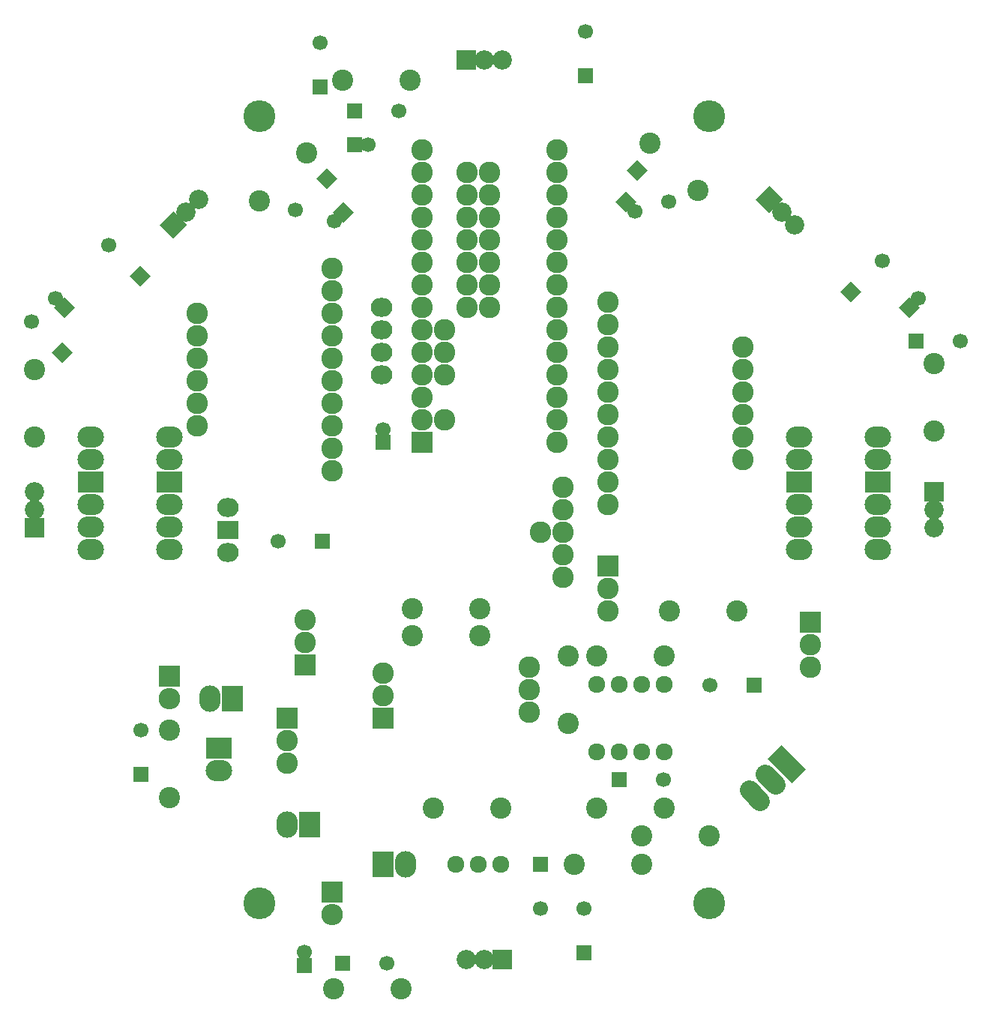
<source format=gbr>
G04 #@! TF.FileFunction,Soldermask,Top*
%FSLAX46Y46*%
G04 Gerber Fmt 4.6, Leading zero omitted, Abs format (unit mm)*
G04 Created by KiCad (PCBNEW 4.0.4-stable) date 12/10/16 14:43:47*
%MOMM*%
%LPD*%
G01*
G04 APERTURE LIST*
%ADD10C,0.100000*%
%ADD11O,2.432000X2.127200*%
%ADD12C,2.178000*%
%ADD13R,2.178000X2.178000*%
%ADD14R,1.700000X1.700000*%
%ADD15C,1.700000*%
%ADD16R,2.432000X2.432000*%
%ADD17O,2.432000X2.432000*%
%ADD18C,2.398980*%
%ADD19O,2.400000X3.000000*%
%ADD20R,2.400000X3.000000*%
%ADD21C,2.432000*%
%ADD22C,2.200860*%
%ADD23R,2.432000X2.127200*%
%ADD24O,3.000000X2.400000*%
%ADD25R,3.000000X2.400000*%
%ADD26C,1.924000*%
%ADD27C,3.600000*%
G04 APERTURE END LIST*
D10*
D11*
X140843000Y-78740000D03*
X140843000Y-81280000D03*
X140843000Y-83820000D03*
X140843000Y-86360000D03*
D10*
G36*
X117308159Y-70921920D02*
X115768080Y-69381841D01*
X117308159Y-67841762D01*
X118848238Y-69381841D01*
X117308159Y-70921920D01*
X117308159Y-70921920D01*
G37*
D12*
X118745000Y-67945000D03*
X120181841Y-66508159D03*
D13*
X203200000Y-99568000D03*
D12*
X203200000Y-101600000D03*
X203200000Y-103632000D03*
D14*
X201168000Y-82550000D03*
D15*
X206168000Y-82550000D03*
D10*
G36*
X168469918Y-63246000D02*
X169672000Y-62043918D01*
X170874082Y-63246000D01*
X169672000Y-64448082D01*
X168469918Y-63246000D01*
X168469918Y-63246000D01*
G37*
D15*
X173207534Y-66781534D03*
D14*
X137795000Y-56515000D03*
D15*
X142795000Y-56515000D03*
D10*
G36*
X134620000Y-62932918D02*
X135822082Y-64135000D01*
X134620000Y-65337082D01*
X133417918Y-64135000D01*
X134620000Y-62932918D01*
X134620000Y-62932918D01*
G37*
D15*
X131084466Y-67670534D03*
D10*
G36*
X105977082Y-83820000D02*
X104775000Y-85022082D01*
X103572918Y-83820000D01*
X104775000Y-82617918D01*
X105977082Y-83820000D01*
X105977082Y-83820000D01*
G37*
D15*
X101239466Y-80284466D03*
D14*
X136398000Y-152781000D03*
D15*
X141398000Y-152781000D03*
D10*
G36*
X193802000Y-78164082D02*
X192599918Y-76962000D01*
X193802000Y-75759918D01*
X195004082Y-76962000D01*
X193802000Y-78164082D01*
X193802000Y-78164082D01*
G37*
D15*
X197337534Y-73426466D03*
D14*
X163830000Y-52578000D03*
D15*
X163830000Y-47578000D03*
D14*
X133858000Y-53848000D03*
D15*
X133858000Y-48848000D03*
D10*
G36*
X114740082Y-75184000D02*
X113538000Y-76386082D01*
X112335918Y-75184000D01*
X113538000Y-73981918D01*
X114740082Y-75184000D01*
X114740082Y-75184000D01*
G37*
D15*
X110002466Y-71648466D03*
D14*
X163703000Y-151638000D03*
D15*
X163703000Y-146638000D03*
D14*
X113665000Y-131445000D03*
D15*
X113665000Y-126445000D03*
D14*
X167640000Y-132080000D03*
D15*
X172640000Y-132080000D03*
D14*
X158750000Y-141605000D03*
D15*
X158750000Y-146605000D03*
D14*
X182880000Y-121412000D03*
D15*
X177880000Y-121412000D03*
D16*
X116840000Y-120396000D03*
D17*
X116840000Y-122936000D03*
D18*
X146685000Y-135255000D03*
X154305000Y-135255000D03*
X165100000Y-135255000D03*
X172720000Y-135255000D03*
X170180000Y-141605000D03*
X162560000Y-141605000D03*
X177800000Y-138430000D03*
X170180000Y-138430000D03*
X165100000Y-118110000D03*
X172720000Y-118110000D03*
X161925000Y-125730000D03*
X161925000Y-118110000D03*
X151892000Y-115824000D03*
X144272000Y-115824000D03*
X144272000Y-112776000D03*
X151892000Y-112776000D03*
X180975000Y-113030000D03*
X173355000Y-113030000D03*
X143002000Y-155702000D03*
X135382000Y-155702000D03*
X101600000Y-93345000D03*
X101600000Y-85725000D03*
X127000000Y-66675000D03*
X132388154Y-61286846D03*
X144018000Y-53086000D03*
X136398000Y-53086000D03*
X176530000Y-65532000D03*
X171141846Y-60143846D03*
X203200000Y-92710000D03*
X203200000Y-85090000D03*
D19*
X130175000Y-137160000D03*
D20*
X132715000Y-137160000D03*
D16*
X135255000Y-144780000D03*
D17*
X135255000Y-147320000D03*
D14*
X134112000Y-105156000D03*
D15*
X129112000Y-105156000D03*
D19*
X121412000Y-122936000D03*
D20*
X123952000Y-122936000D03*
D21*
X161290000Y-109220000D03*
X161290000Y-106680000D03*
X161290000Y-104140000D03*
X161290000Y-101600000D03*
X161290000Y-99060000D03*
X158750000Y-104140000D03*
D13*
X154432000Y-152400000D03*
D12*
X152400000Y-152400000D03*
X150368000Y-152400000D03*
D13*
X150368000Y-50800000D03*
D12*
X152400000Y-50800000D03*
X154432000Y-50800000D03*
D13*
X101600000Y-103632000D03*
D12*
X101600000Y-101600000D03*
X101600000Y-99568000D03*
D10*
G36*
X183078080Y-66508159D02*
X184618159Y-64968080D01*
X186158238Y-66508159D01*
X184618159Y-68048238D01*
X183078080Y-66508159D01*
X183078080Y-66508159D01*
G37*
D12*
X186055000Y-67945000D03*
X187491841Y-69381841D03*
D21*
X166370000Y-100965000D03*
X166370000Y-98425000D03*
X166370000Y-95885000D03*
X166370000Y-93345000D03*
X166370000Y-90805000D03*
X166370000Y-88265000D03*
X166370000Y-85725000D03*
X166370000Y-83185000D03*
X166370000Y-80645000D03*
X166370000Y-78105000D03*
X181610000Y-83185000D03*
X181610000Y-85725000D03*
X181610000Y-88265000D03*
X181610000Y-90805000D03*
X181610000Y-93345000D03*
X181610000Y-95885000D03*
D10*
G36*
X185980272Y-128126927D02*
X188738073Y-130884728D01*
X187181830Y-132440971D01*
X184424029Y-129683170D01*
X185980272Y-128126927D01*
X185980272Y-128126927D01*
G37*
D22*
X185385779Y-132680779D02*
X184184221Y-131479221D01*
X183589728Y-134476830D02*
X182388170Y-133275272D01*
D11*
X123444000Y-101346000D03*
D23*
X123444000Y-103886000D03*
D11*
X123444000Y-106426000D03*
D24*
X196850000Y-106045000D03*
X196850000Y-103505000D03*
X196850000Y-100965000D03*
D25*
X196850000Y-98425000D03*
D24*
X196850000Y-95885000D03*
X196850000Y-93345000D03*
X187960000Y-106045000D03*
X187960000Y-103505000D03*
X187960000Y-100965000D03*
D25*
X187960000Y-98425000D03*
D24*
X187960000Y-95885000D03*
X187960000Y-93345000D03*
D18*
X116840000Y-126492000D03*
X116840000Y-134112000D03*
D20*
X140970000Y-141605000D03*
D19*
X143510000Y-141605000D03*
D25*
X122428000Y-128524000D03*
D24*
X122428000Y-131064000D03*
D26*
X151765000Y-141605000D03*
X149225000Y-141605000D03*
X154305000Y-141605000D03*
D27*
X127000000Y-146050000D03*
X177800000Y-146050000D03*
X177800000Y-57150000D03*
X127000000Y-57150000D03*
D16*
X145415000Y-93980000D03*
D21*
X145415000Y-91440000D03*
X145415000Y-88900000D03*
X145415000Y-86360000D03*
X145415000Y-83820000D03*
X145415000Y-81280000D03*
X145415000Y-78740000D03*
X145415000Y-76200000D03*
X145415000Y-73660000D03*
X145415000Y-71120000D03*
X145415000Y-68580000D03*
X145415000Y-66040000D03*
X145415000Y-63500000D03*
X145415000Y-60960000D03*
X147955000Y-91440000D03*
X147955000Y-86360000D03*
X147955000Y-83820000D03*
X147955000Y-81280000D03*
X160655000Y-60960000D03*
X160655000Y-63500000D03*
X160655000Y-66040000D03*
X160655000Y-68580000D03*
X160655000Y-71120000D03*
X160655000Y-73660000D03*
X160655000Y-76200000D03*
X160655000Y-78740000D03*
X160655000Y-81280000D03*
X160655000Y-83820000D03*
X160655000Y-86360000D03*
X160655000Y-88900000D03*
X160655000Y-91440000D03*
X160655000Y-93980000D03*
X153035000Y-63500000D03*
X153035000Y-66040000D03*
X153035000Y-68580000D03*
X153035000Y-71120000D03*
X153035000Y-73660000D03*
X153035000Y-76200000D03*
X153035000Y-78740000D03*
X150495000Y-78740000D03*
X150495000Y-76200000D03*
X150495000Y-73660000D03*
X150495000Y-71120000D03*
X150495000Y-68580000D03*
X150495000Y-66040000D03*
X150495000Y-63500000D03*
X135255000Y-74295000D03*
X135255000Y-76835000D03*
X135255000Y-79375000D03*
X135255000Y-81915000D03*
X135255000Y-84455000D03*
X135255000Y-86995000D03*
X135255000Y-89535000D03*
X135255000Y-92075000D03*
X135255000Y-94615000D03*
X135255000Y-97155000D03*
X120015000Y-92075000D03*
X120015000Y-89535000D03*
X120015000Y-86995000D03*
X120015000Y-84455000D03*
X120015000Y-81915000D03*
X120015000Y-79375000D03*
D24*
X116840000Y-106045000D03*
X116840000Y-103505000D03*
X116840000Y-100965000D03*
D25*
X116840000Y-98425000D03*
D24*
X116840000Y-95885000D03*
X116840000Y-93345000D03*
X107950000Y-106045000D03*
X107950000Y-103505000D03*
X107950000Y-100965000D03*
D25*
X107950000Y-98425000D03*
D24*
X107950000Y-95885000D03*
X107950000Y-93345000D03*
D26*
X167640000Y-121285000D03*
X170180000Y-121285000D03*
X172720000Y-121285000D03*
X165100000Y-121285000D03*
X165100000Y-128905000D03*
X167640000Y-128905000D03*
X170180000Y-128905000D03*
X172720000Y-128905000D03*
D21*
X166370000Y-110490000D03*
X166370000Y-113030000D03*
D16*
X166370000Y-107950000D03*
D21*
X140970000Y-122555000D03*
X140970000Y-120015000D03*
D16*
X140970000Y-125095000D03*
D21*
X130175000Y-127635000D03*
X130175000Y-130175000D03*
D16*
X130175000Y-125095000D03*
D21*
X189230000Y-116840000D03*
X189230000Y-119380000D03*
D16*
X189230000Y-114300000D03*
D21*
X132207000Y-116586000D03*
X132207000Y-114046000D03*
D16*
X132207000Y-119126000D03*
D15*
X140970000Y-92480000D03*
D14*
X140970000Y-93980000D03*
D15*
X132080000Y-151535000D03*
D14*
X132080000Y-153035000D03*
D15*
X103968340Y-77679340D03*
D10*
G36*
X106231082Y-78740000D02*
X105029000Y-79942082D01*
X103826918Y-78740000D01*
X105029000Y-77537918D01*
X106231082Y-78740000D01*
X106231082Y-78740000D01*
G37*
D15*
X135464340Y-69005660D03*
D10*
G36*
X136525000Y-66742918D02*
X137727082Y-67945000D01*
X136525000Y-69147082D01*
X135322918Y-67945000D01*
X136525000Y-66742918D01*
X136525000Y-66742918D01*
G37*
D15*
X139295000Y-60325000D03*
D14*
X137795000Y-60325000D03*
D15*
X169462660Y-67862660D03*
D10*
G36*
X167199918Y-66802000D02*
X168402000Y-65599918D01*
X169604082Y-66802000D01*
X168402000Y-68004082D01*
X167199918Y-66802000D01*
X167199918Y-66802000D01*
G37*
D15*
X201466660Y-77679340D03*
D10*
G36*
X200406000Y-79942082D02*
X199203918Y-78740000D01*
X200406000Y-77537918D01*
X201608082Y-78740000D01*
X200406000Y-79942082D01*
X200406000Y-79942082D01*
G37*
D21*
X157480000Y-121920000D03*
X157480000Y-119380000D03*
X157480000Y-124460000D03*
M02*

</source>
